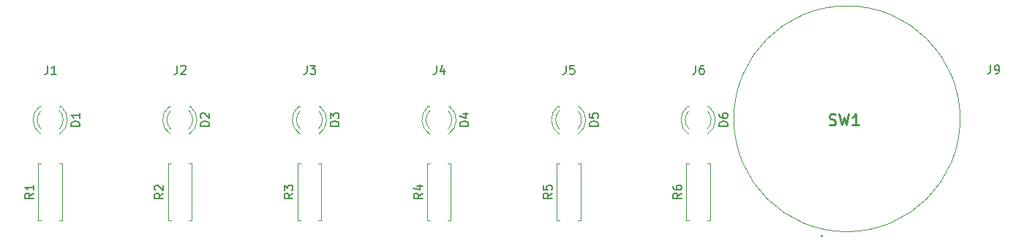
<source format=gto>
%TF.GenerationSoftware,KiCad,Pcbnew,9.0.0+dfsg-1*%
%TF.CreationDate,2025-03-17T12:29:01+01:00*%
%TF.ProjectId,control-matrix-6,636f6e74-726f-46c2-9d6d-61747269782d,1.0*%
%TF.SameCoordinates,Original*%
%TF.FileFunction,Legend,Top*%
%TF.FilePolarity,Positive*%
%FSLAX46Y46*%
G04 Gerber Fmt 4.6, Leading zero omitted, Abs format (unit mm)*
G04 Created by KiCad (PCBNEW 9.0.0+dfsg-1) date 2025-03-17 12:29:01*
%MOMM*%
%LPD*%
G01*
G04 APERTURE LIST*
%ADD10C,0.150000*%
%ADD11C,0.254000*%
%ADD12C,0.120000*%
%ADD13C,0.100000*%
G04 APERTURE END LIST*
D10*
X98814819Y-95738094D02*
X97814819Y-95738094D01*
X97814819Y-95738094D02*
X97814819Y-95499999D01*
X97814819Y-95499999D02*
X97862438Y-95357142D01*
X97862438Y-95357142D02*
X97957676Y-95261904D01*
X97957676Y-95261904D02*
X98052914Y-95214285D01*
X98052914Y-95214285D02*
X98243390Y-95166666D01*
X98243390Y-95166666D02*
X98386247Y-95166666D01*
X98386247Y-95166666D02*
X98576723Y-95214285D01*
X98576723Y-95214285D02*
X98671961Y-95261904D01*
X98671961Y-95261904D02*
X98767200Y-95357142D01*
X98767200Y-95357142D02*
X98814819Y-95499999D01*
X98814819Y-95499999D02*
X98814819Y-95738094D01*
X97814819Y-94833332D02*
X97814819Y-94214285D01*
X97814819Y-94214285D02*
X98195771Y-94547618D01*
X98195771Y-94547618D02*
X98195771Y-94404761D01*
X98195771Y-94404761D02*
X98243390Y-94309523D01*
X98243390Y-94309523D02*
X98291009Y-94261904D01*
X98291009Y-94261904D02*
X98386247Y-94214285D01*
X98386247Y-94214285D02*
X98624342Y-94214285D01*
X98624342Y-94214285D02*
X98719580Y-94261904D01*
X98719580Y-94261904D02*
X98767200Y-94309523D01*
X98767200Y-94309523D02*
X98814819Y-94404761D01*
X98814819Y-94404761D02*
X98814819Y-94690475D01*
X98814819Y-94690475D02*
X98767200Y-94785713D01*
X98767200Y-94785713D02*
X98719580Y-94833332D01*
D11*
X155589776Y-95545062D02*
X155771205Y-95605538D01*
X155771205Y-95605538D02*
X156073586Y-95605538D01*
X156073586Y-95605538D02*
X156194538Y-95545062D01*
X156194538Y-95545062D02*
X156255014Y-95484585D01*
X156255014Y-95484585D02*
X156315491Y-95363633D01*
X156315491Y-95363633D02*
X156315491Y-95242681D01*
X156315491Y-95242681D02*
X156255014Y-95121728D01*
X156255014Y-95121728D02*
X156194538Y-95061252D01*
X156194538Y-95061252D02*
X156073586Y-95000776D01*
X156073586Y-95000776D02*
X155831681Y-94940300D01*
X155831681Y-94940300D02*
X155710729Y-94879823D01*
X155710729Y-94879823D02*
X155650252Y-94819347D01*
X155650252Y-94819347D02*
X155589776Y-94698395D01*
X155589776Y-94698395D02*
X155589776Y-94577442D01*
X155589776Y-94577442D02*
X155650252Y-94456490D01*
X155650252Y-94456490D02*
X155710729Y-94396014D01*
X155710729Y-94396014D02*
X155831681Y-94335538D01*
X155831681Y-94335538D02*
X156134062Y-94335538D01*
X156134062Y-94335538D02*
X156315491Y-94396014D01*
X156738824Y-94335538D02*
X157041205Y-95605538D01*
X157041205Y-95605538D02*
X157283110Y-94698395D01*
X157283110Y-94698395D02*
X157525015Y-95605538D01*
X157525015Y-95605538D02*
X157827396Y-94335538D01*
X158976444Y-95605538D02*
X158250729Y-95605538D01*
X158613586Y-95605538D02*
X158613586Y-94335538D01*
X158613586Y-94335538D02*
X158492634Y-94516966D01*
X158492634Y-94516966D02*
X158371682Y-94637919D01*
X158371682Y-94637919D02*
X158250729Y-94698395D01*
D10*
X78484819Y-103526666D02*
X78008628Y-103859999D01*
X78484819Y-104098094D02*
X77484819Y-104098094D01*
X77484819Y-104098094D02*
X77484819Y-103717142D01*
X77484819Y-103717142D02*
X77532438Y-103621904D01*
X77532438Y-103621904D02*
X77580057Y-103574285D01*
X77580057Y-103574285D02*
X77675295Y-103526666D01*
X77675295Y-103526666D02*
X77818152Y-103526666D01*
X77818152Y-103526666D02*
X77913390Y-103574285D01*
X77913390Y-103574285D02*
X77961009Y-103621904D01*
X77961009Y-103621904D02*
X78008628Y-103717142D01*
X78008628Y-103717142D02*
X78008628Y-104098094D01*
X77580057Y-103145713D02*
X77532438Y-103098094D01*
X77532438Y-103098094D02*
X77484819Y-103002856D01*
X77484819Y-103002856D02*
X77484819Y-102764761D01*
X77484819Y-102764761D02*
X77532438Y-102669523D01*
X77532438Y-102669523D02*
X77580057Y-102621904D01*
X77580057Y-102621904D02*
X77675295Y-102574285D01*
X77675295Y-102574285D02*
X77770533Y-102574285D01*
X77770533Y-102574285D02*
X77913390Y-102621904D01*
X77913390Y-102621904D02*
X78484819Y-103193332D01*
X78484819Y-103193332D02*
X78484819Y-102574285D01*
X83814819Y-95738094D02*
X82814819Y-95738094D01*
X82814819Y-95738094D02*
X82814819Y-95499999D01*
X82814819Y-95499999D02*
X82862438Y-95357142D01*
X82862438Y-95357142D02*
X82957676Y-95261904D01*
X82957676Y-95261904D02*
X83052914Y-95214285D01*
X83052914Y-95214285D02*
X83243390Y-95166666D01*
X83243390Y-95166666D02*
X83386247Y-95166666D01*
X83386247Y-95166666D02*
X83576723Y-95214285D01*
X83576723Y-95214285D02*
X83671961Y-95261904D01*
X83671961Y-95261904D02*
X83767200Y-95357142D01*
X83767200Y-95357142D02*
X83814819Y-95499999D01*
X83814819Y-95499999D02*
X83814819Y-95738094D01*
X82910057Y-94785713D02*
X82862438Y-94738094D01*
X82862438Y-94738094D02*
X82814819Y-94642856D01*
X82814819Y-94642856D02*
X82814819Y-94404761D01*
X82814819Y-94404761D02*
X82862438Y-94309523D01*
X82862438Y-94309523D02*
X82910057Y-94261904D01*
X82910057Y-94261904D02*
X83005295Y-94214285D01*
X83005295Y-94214285D02*
X83100533Y-94214285D01*
X83100533Y-94214285D02*
X83243390Y-94261904D01*
X83243390Y-94261904D02*
X83814819Y-94833332D01*
X83814819Y-94833332D02*
X83814819Y-94214285D01*
X143814819Y-95738094D02*
X142814819Y-95738094D01*
X142814819Y-95738094D02*
X142814819Y-95499999D01*
X142814819Y-95499999D02*
X142862438Y-95357142D01*
X142862438Y-95357142D02*
X142957676Y-95261904D01*
X142957676Y-95261904D02*
X143052914Y-95214285D01*
X143052914Y-95214285D02*
X143243390Y-95166666D01*
X143243390Y-95166666D02*
X143386247Y-95166666D01*
X143386247Y-95166666D02*
X143576723Y-95214285D01*
X143576723Y-95214285D02*
X143671961Y-95261904D01*
X143671961Y-95261904D02*
X143767200Y-95357142D01*
X143767200Y-95357142D02*
X143814819Y-95499999D01*
X143814819Y-95499999D02*
X143814819Y-95738094D01*
X142814819Y-94309523D02*
X142814819Y-94499999D01*
X142814819Y-94499999D02*
X142862438Y-94595237D01*
X142862438Y-94595237D02*
X142910057Y-94642856D01*
X142910057Y-94642856D02*
X143052914Y-94738094D01*
X143052914Y-94738094D02*
X143243390Y-94785713D01*
X143243390Y-94785713D02*
X143624342Y-94785713D01*
X143624342Y-94785713D02*
X143719580Y-94738094D01*
X143719580Y-94738094D02*
X143767200Y-94690475D01*
X143767200Y-94690475D02*
X143814819Y-94595237D01*
X143814819Y-94595237D02*
X143814819Y-94404761D01*
X143814819Y-94404761D02*
X143767200Y-94309523D01*
X143767200Y-94309523D02*
X143719580Y-94261904D01*
X143719580Y-94261904D02*
X143624342Y-94214285D01*
X143624342Y-94214285D02*
X143386247Y-94214285D01*
X143386247Y-94214285D02*
X143291009Y-94261904D01*
X143291009Y-94261904D02*
X143243390Y-94309523D01*
X143243390Y-94309523D02*
X143195771Y-94404761D01*
X143195771Y-94404761D02*
X143195771Y-94595237D01*
X143195771Y-94595237D02*
X143243390Y-94690475D01*
X143243390Y-94690475D02*
X143291009Y-94738094D01*
X143291009Y-94738094D02*
X143386247Y-94785713D01*
X138484819Y-103526666D02*
X138008628Y-103859999D01*
X138484819Y-104098094D02*
X137484819Y-104098094D01*
X137484819Y-104098094D02*
X137484819Y-103717142D01*
X137484819Y-103717142D02*
X137532438Y-103621904D01*
X137532438Y-103621904D02*
X137580057Y-103574285D01*
X137580057Y-103574285D02*
X137675295Y-103526666D01*
X137675295Y-103526666D02*
X137818152Y-103526666D01*
X137818152Y-103526666D02*
X137913390Y-103574285D01*
X137913390Y-103574285D02*
X137961009Y-103621904D01*
X137961009Y-103621904D02*
X138008628Y-103717142D01*
X138008628Y-103717142D02*
X138008628Y-104098094D01*
X137484819Y-102669523D02*
X137484819Y-102859999D01*
X137484819Y-102859999D02*
X137532438Y-102955237D01*
X137532438Y-102955237D02*
X137580057Y-103002856D01*
X137580057Y-103002856D02*
X137722914Y-103098094D01*
X137722914Y-103098094D02*
X137913390Y-103145713D01*
X137913390Y-103145713D02*
X138294342Y-103145713D01*
X138294342Y-103145713D02*
X138389580Y-103098094D01*
X138389580Y-103098094D02*
X138437200Y-103050475D01*
X138437200Y-103050475D02*
X138484819Y-102955237D01*
X138484819Y-102955237D02*
X138484819Y-102764761D01*
X138484819Y-102764761D02*
X138437200Y-102669523D01*
X138437200Y-102669523D02*
X138389580Y-102621904D01*
X138389580Y-102621904D02*
X138294342Y-102574285D01*
X138294342Y-102574285D02*
X138056247Y-102574285D01*
X138056247Y-102574285D02*
X137961009Y-102621904D01*
X137961009Y-102621904D02*
X137913390Y-102669523D01*
X137913390Y-102669523D02*
X137865771Y-102764761D01*
X137865771Y-102764761D02*
X137865771Y-102955237D01*
X137865771Y-102955237D02*
X137913390Y-103050475D01*
X137913390Y-103050475D02*
X137961009Y-103098094D01*
X137961009Y-103098094D02*
X138056247Y-103145713D01*
X128814819Y-95738094D02*
X127814819Y-95738094D01*
X127814819Y-95738094D02*
X127814819Y-95499999D01*
X127814819Y-95499999D02*
X127862438Y-95357142D01*
X127862438Y-95357142D02*
X127957676Y-95261904D01*
X127957676Y-95261904D02*
X128052914Y-95214285D01*
X128052914Y-95214285D02*
X128243390Y-95166666D01*
X128243390Y-95166666D02*
X128386247Y-95166666D01*
X128386247Y-95166666D02*
X128576723Y-95214285D01*
X128576723Y-95214285D02*
X128671961Y-95261904D01*
X128671961Y-95261904D02*
X128767200Y-95357142D01*
X128767200Y-95357142D02*
X128814819Y-95499999D01*
X128814819Y-95499999D02*
X128814819Y-95738094D01*
X127814819Y-94261904D02*
X127814819Y-94738094D01*
X127814819Y-94738094D02*
X128291009Y-94785713D01*
X128291009Y-94785713D02*
X128243390Y-94738094D01*
X128243390Y-94738094D02*
X128195771Y-94642856D01*
X128195771Y-94642856D02*
X128195771Y-94404761D01*
X128195771Y-94404761D02*
X128243390Y-94309523D01*
X128243390Y-94309523D02*
X128291009Y-94261904D01*
X128291009Y-94261904D02*
X128386247Y-94214285D01*
X128386247Y-94214285D02*
X128624342Y-94214285D01*
X128624342Y-94214285D02*
X128719580Y-94261904D01*
X128719580Y-94261904D02*
X128767200Y-94309523D01*
X128767200Y-94309523D02*
X128814819Y-94404761D01*
X128814819Y-94404761D02*
X128814819Y-94642856D01*
X128814819Y-94642856D02*
X128767200Y-94738094D01*
X128767200Y-94738094D02*
X128719580Y-94785713D01*
X113814819Y-95738094D02*
X112814819Y-95738094D01*
X112814819Y-95738094D02*
X112814819Y-95499999D01*
X112814819Y-95499999D02*
X112862438Y-95357142D01*
X112862438Y-95357142D02*
X112957676Y-95261904D01*
X112957676Y-95261904D02*
X113052914Y-95214285D01*
X113052914Y-95214285D02*
X113243390Y-95166666D01*
X113243390Y-95166666D02*
X113386247Y-95166666D01*
X113386247Y-95166666D02*
X113576723Y-95214285D01*
X113576723Y-95214285D02*
X113671961Y-95261904D01*
X113671961Y-95261904D02*
X113767200Y-95357142D01*
X113767200Y-95357142D02*
X113814819Y-95499999D01*
X113814819Y-95499999D02*
X113814819Y-95738094D01*
X113148152Y-94309523D02*
X113814819Y-94309523D01*
X112767200Y-94547618D02*
X113481485Y-94785713D01*
X113481485Y-94785713D02*
X113481485Y-94166666D01*
X123484819Y-103526666D02*
X123008628Y-103859999D01*
X123484819Y-104098094D02*
X122484819Y-104098094D01*
X122484819Y-104098094D02*
X122484819Y-103717142D01*
X122484819Y-103717142D02*
X122532438Y-103621904D01*
X122532438Y-103621904D02*
X122580057Y-103574285D01*
X122580057Y-103574285D02*
X122675295Y-103526666D01*
X122675295Y-103526666D02*
X122818152Y-103526666D01*
X122818152Y-103526666D02*
X122913390Y-103574285D01*
X122913390Y-103574285D02*
X122961009Y-103621904D01*
X122961009Y-103621904D02*
X123008628Y-103717142D01*
X123008628Y-103717142D02*
X123008628Y-104098094D01*
X122484819Y-102621904D02*
X122484819Y-103098094D01*
X122484819Y-103098094D02*
X122961009Y-103145713D01*
X122961009Y-103145713D02*
X122913390Y-103098094D01*
X122913390Y-103098094D02*
X122865771Y-103002856D01*
X122865771Y-103002856D02*
X122865771Y-102764761D01*
X122865771Y-102764761D02*
X122913390Y-102669523D01*
X122913390Y-102669523D02*
X122961009Y-102621904D01*
X122961009Y-102621904D02*
X123056247Y-102574285D01*
X123056247Y-102574285D02*
X123294342Y-102574285D01*
X123294342Y-102574285D02*
X123389580Y-102621904D01*
X123389580Y-102621904D02*
X123437200Y-102669523D01*
X123437200Y-102669523D02*
X123484819Y-102764761D01*
X123484819Y-102764761D02*
X123484819Y-103002856D01*
X123484819Y-103002856D02*
X123437200Y-103098094D01*
X123437200Y-103098094D02*
X123389580Y-103145713D01*
X108484819Y-103526666D02*
X108008628Y-103859999D01*
X108484819Y-104098094D02*
X107484819Y-104098094D01*
X107484819Y-104098094D02*
X107484819Y-103717142D01*
X107484819Y-103717142D02*
X107532438Y-103621904D01*
X107532438Y-103621904D02*
X107580057Y-103574285D01*
X107580057Y-103574285D02*
X107675295Y-103526666D01*
X107675295Y-103526666D02*
X107818152Y-103526666D01*
X107818152Y-103526666D02*
X107913390Y-103574285D01*
X107913390Y-103574285D02*
X107961009Y-103621904D01*
X107961009Y-103621904D02*
X108008628Y-103717142D01*
X108008628Y-103717142D02*
X108008628Y-104098094D01*
X107818152Y-102669523D02*
X108484819Y-102669523D01*
X107437200Y-102907618D02*
X108151485Y-103145713D01*
X108151485Y-103145713D02*
X108151485Y-102526666D01*
X63484819Y-103526666D02*
X63008628Y-103859999D01*
X63484819Y-104098094D02*
X62484819Y-104098094D01*
X62484819Y-104098094D02*
X62484819Y-103717142D01*
X62484819Y-103717142D02*
X62532438Y-103621904D01*
X62532438Y-103621904D02*
X62580057Y-103574285D01*
X62580057Y-103574285D02*
X62675295Y-103526666D01*
X62675295Y-103526666D02*
X62818152Y-103526666D01*
X62818152Y-103526666D02*
X62913390Y-103574285D01*
X62913390Y-103574285D02*
X62961009Y-103621904D01*
X62961009Y-103621904D02*
X63008628Y-103717142D01*
X63008628Y-103717142D02*
X63008628Y-104098094D01*
X63484819Y-102574285D02*
X63484819Y-103145713D01*
X63484819Y-102859999D02*
X62484819Y-102859999D01*
X62484819Y-102859999D02*
X62627676Y-102955237D01*
X62627676Y-102955237D02*
X62722914Y-103050475D01*
X62722914Y-103050475D02*
X62770533Y-103145713D01*
X68814819Y-95738094D02*
X67814819Y-95738094D01*
X67814819Y-95738094D02*
X67814819Y-95499999D01*
X67814819Y-95499999D02*
X67862438Y-95357142D01*
X67862438Y-95357142D02*
X67957676Y-95261904D01*
X67957676Y-95261904D02*
X68052914Y-95214285D01*
X68052914Y-95214285D02*
X68243390Y-95166666D01*
X68243390Y-95166666D02*
X68386247Y-95166666D01*
X68386247Y-95166666D02*
X68576723Y-95214285D01*
X68576723Y-95214285D02*
X68671961Y-95261904D01*
X68671961Y-95261904D02*
X68767200Y-95357142D01*
X68767200Y-95357142D02*
X68814819Y-95499999D01*
X68814819Y-95499999D02*
X68814819Y-95738094D01*
X68814819Y-94214285D02*
X68814819Y-94785713D01*
X68814819Y-94499999D02*
X67814819Y-94499999D01*
X67814819Y-94499999D02*
X67957676Y-94595237D01*
X67957676Y-94595237D02*
X68052914Y-94690475D01*
X68052914Y-94690475D02*
X68100533Y-94785713D01*
X93484819Y-103526666D02*
X93008628Y-103859999D01*
X93484819Y-104098094D02*
X92484819Y-104098094D01*
X92484819Y-104098094D02*
X92484819Y-103717142D01*
X92484819Y-103717142D02*
X92532438Y-103621904D01*
X92532438Y-103621904D02*
X92580057Y-103574285D01*
X92580057Y-103574285D02*
X92675295Y-103526666D01*
X92675295Y-103526666D02*
X92818152Y-103526666D01*
X92818152Y-103526666D02*
X92913390Y-103574285D01*
X92913390Y-103574285D02*
X92961009Y-103621904D01*
X92961009Y-103621904D02*
X93008628Y-103717142D01*
X93008628Y-103717142D02*
X93008628Y-104098094D01*
X92484819Y-103193332D02*
X92484819Y-102574285D01*
X92484819Y-102574285D02*
X92865771Y-102907618D01*
X92865771Y-102907618D02*
X92865771Y-102764761D01*
X92865771Y-102764761D02*
X92913390Y-102669523D01*
X92913390Y-102669523D02*
X92961009Y-102621904D01*
X92961009Y-102621904D02*
X93056247Y-102574285D01*
X93056247Y-102574285D02*
X93294342Y-102574285D01*
X93294342Y-102574285D02*
X93389580Y-102621904D01*
X93389580Y-102621904D02*
X93437200Y-102669523D01*
X93437200Y-102669523D02*
X93484819Y-102764761D01*
X93484819Y-102764761D02*
X93484819Y-103050475D01*
X93484819Y-103050475D02*
X93437200Y-103145713D01*
X93437200Y-103145713D02*
X93389580Y-103193332D01*
X65106666Y-88704819D02*
X65106666Y-89419104D01*
X65106666Y-89419104D02*
X65059047Y-89561961D01*
X65059047Y-89561961D02*
X64963809Y-89657200D01*
X64963809Y-89657200D02*
X64820952Y-89704819D01*
X64820952Y-89704819D02*
X64725714Y-89704819D01*
X66106666Y-89704819D02*
X65535238Y-89704819D01*
X65820952Y-89704819D02*
X65820952Y-88704819D01*
X65820952Y-88704819D02*
X65725714Y-88847676D01*
X65725714Y-88847676D02*
X65630476Y-88942914D01*
X65630476Y-88942914D02*
X65535238Y-88990533D01*
X80106666Y-88704819D02*
X80106666Y-89419104D01*
X80106666Y-89419104D02*
X80059047Y-89561961D01*
X80059047Y-89561961D02*
X79963809Y-89657200D01*
X79963809Y-89657200D02*
X79820952Y-89704819D01*
X79820952Y-89704819D02*
X79725714Y-89704819D01*
X80535238Y-88800057D02*
X80582857Y-88752438D01*
X80582857Y-88752438D02*
X80678095Y-88704819D01*
X80678095Y-88704819D02*
X80916190Y-88704819D01*
X80916190Y-88704819D02*
X81011428Y-88752438D01*
X81011428Y-88752438D02*
X81059047Y-88800057D01*
X81059047Y-88800057D02*
X81106666Y-88895295D01*
X81106666Y-88895295D02*
X81106666Y-88990533D01*
X81106666Y-88990533D02*
X81059047Y-89133390D01*
X81059047Y-89133390D02*
X80487619Y-89704819D01*
X80487619Y-89704819D02*
X81106666Y-89704819D01*
X140106666Y-88704819D02*
X140106666Y-89419104D01*
X140106666Y-89419104D02*
X140059047Y-89561961D01*
X140059047Y-89561961D02*
X139963809Y-89657200D01*
X139963809Y-89657200D02*
X139820952Y-89704819D01*
X139820952Y-89704819D02*
X139725714Y-89704819D01*
X141011428Y-88704819D02*
X140820952Y-88704819D01*
X140820952Y-88704819D02*
X140725714Y-88752438D01*
X140725714Y-88752438D02*
X140678095Y-88800057D01*
X140678095Y-88800057D02*
X140582857Y-88942914D01*
X140582857Y-88942914D02*
X140535238Y-89133390D01*
X140535238Y-89133390D02*
X140535238Y-89514342D01*
X140535238Y-89514342D02*
X140582857Y-89609580D01*
X140582857Y-89609580D02*
X140630476Y-89657200D01*
X140630476Y-89657200D02*
X140725714Y-89704819D01*
X140725714Y-89704819D02*
X140916190Y-89704819D01*
X140916190Y-89704819D02*
X141011428Y-89657200D01*
X141011428Y-89657200D02*
X141059047Y-89609580D01*
X141059047Y-89609580D02*
X141106666Y-89514342D01*
X141106666Y-89514342D02*
X141106666Y-89276247D01*
X141106666Y-89276247D02*
X141059047Y-89181009D01*
X141059047Y-89181009D02*
X141011428Y-89133390D01*
X141011428Y-89133390D02*
X140916190Y-89085771D01*
X140916190Y-89085771D02*
X140725714Y-89085771D01*
X140725714Y-89085771D02*
X140630476Y-89133390D01*
X140630476Y-89133390D02*
X140582857Y-89181009D01*
X140582857Y-89181009D02*
X140535238Y-89276247D01*
X95106666Y-88704819D02*
X95106666Y-89419104D01*
X95106666Y-89419104D02*
X95059047Y-89561961D01*
X95059047Y-89561961D02*
X94963809Y-89657200D01*
X94963809Y-89657200D02*
X94820952Y-89704819D01*
X94820952Y-89704819D02*
X94725714Y-89704819D01*
X95487619Y-88704819D02*
X96106666Y-88704819D01*
X96106666Y-88704819D02*
X95773333Y-89085771D01*
X95773333Y-89085771D02*
X95916190Y-89085771D01*
X95916190Y-89085771D02*
X96011428Y-89133390D01*
X96011428Y-89133390D02*
X96059047Y-89181009D01*
X96059047Y-89181009D02*
X96106666Y-89276247D01*
X96106666Y-89276247D02*
X96106666Y-89514342D01*
X96106666Y-89514342D02*
X96059047Y-89609580D01*
X96059047Y-89609580D02*
X96011428Y-89657200D01*
X96011428Y-89657200D02*
X95916190Y-89704819D01*
X95916190Y-89704819D02*
X95630476Y-89704819D01*
X95630476Y-89704819D02*
X95535238Y-89657200D01*
X95535238Y-89657200D02*
X95487619Y-89609580D01*
X110106666Y-88704819D02*
X110106666Y-89419104D01*
X110106666Y-89419104D02*
X110059047Y-89561961D01*
X110059047Y-89561961D02*
X109963809Y-89657200D01*
X109963809Y-89657200D02*
X109820952Y-89704819D01*
X109820952Y-89704819D02*
X109725714Y-89704819D01*
X111011428Y-89038152D02*
X111011428Y-89704819D01*
X110773333Y-88657200D02*
X110535238Y-89371485D01*
X110535238Y-89371485D02*
X111154285Y-89371485D01*
X174266666Y-88634819D02*
X174266666Y-89349104D01*
X174266666Y-89349104D02*
X174219047Y-89491961D01*
X174219047Y-89491961D02*
X174123809Y-89587200D01*
X174123809Y-89587200D02*
X173980952Y-89634819D01*
X173980952Y-89634819D02*
X173885714Y-89634819D01*
X174790476Y-89634819D02*
X174980952Y-89634819D01*
X174980952Y-89634819D02*
X175076190Y-89587200D01*
X175076190Y-89587200D02*
X175123809Y-89539580D01*
X175123809Y-89539580D02*
X175219047Y-89396723D01*
X175219047Y-89396723D02*
X175266666Y-89206247D01*
X175266666Y-89206247D02*
X175266666Y-88825295D01*
X175266666Y-88825295D02*
X175219047Y-88730057D01*
X175219047Y-88730057D02*
X175171428Y-88682438D01*
X175171428Y-88682438D02*
X175076190Y-88634819D01*
X175076190Y-88634819D02*
X174885714Y-88634819D01*
X174885714Y-88634819D02*
X174790476Y-88682438D01*
X174790476Y-88682438D02*
X174742857Y-88730057D01*
X174742857Y-88730057D02*
X174695238Y-88825295D01*
X174695238Y-88825295D02*
X174695238Y-89063390D01*
X174695238Y-89063390D02*
X174742857Y-89158628D01*
X174742857Y-89158628D02*
X174790476Y-89206247D01*
X174790476Y-89206247D02*
X174885714Y-89253866D01*
X174885714Y-89253866D02*
X175076190Y-89253866D01*
X175076190Y-89253866D02*
X175171428Y-89206247D01*
X175171428Y-89206247D02*
X175219047Y-89158628D01*
X175219047Y-89158628D02*
X175266666Y-89063390D01*
X125106666Y-88704819D02*
X125106666Y-89419104D01*
X125106666Y-89419104D02*
X125059047Y-89561961D01*
X125059047Y-89561961D02*
X124963809Y-89657200D01*
X124963809Y-89657200D02*
X124820952Y-89704819D01*
X124820952Y-89704819D02*
X124725714Y-89704819D01*
X126059047Y-88704819D02*
X125582857Y-88704819D01*
X125582857Y-88704819D02*
X125535238Y-89181009D01*
X125535238Y-89181009D02*
X125582857Y-89133390D01*
X125582857Y-89133390D02*
X125678095Y-89085771D01*
X125678095Y-89085771D02*
X125916190Y-89085771D01*
X125916190Y-89085771D02*
X126011428Y-89133390D01*
X126011428Y-89133390D02*
X126059047Y-89181009D01*
X126059047Y-89181009D02*
X126106666Y-89276247D01*
X126106666Y-89276247D02*
X126106666Y-89514342D01*
X126106666Y-89514342D02*
X126059047Y-89609580D01*
X126059047Y-89609580D02*
X126011428Y-89657200D01*
X126011428Y-89657200D02*
X125916190Y-89704819D01*
X125916190Y-89704819D02*
X125678095Y-89704819D01*
X125678095Y-89704819D02*
X125582857Y-89657200D01*
X125582857Y-89657200D02*
X125535238Y-89609580D01*
D12*
%TO.C,D3*%
X94320000Y-93440000D02*
X94164000Y-93440000D01*
X96636000Y-93440000D02*
X96480000Y-93440000D01*
X94319939Y-96671397D02*
G75*
G02*
X94164484Y-93440000I1080061J1671397D01*
G01*
X94319951Y-96040910D02*
G75*
G02*
X94320000Y-93959039I1080049J1040910D01*
G01*
X96480000Y-93959039D02*
G75*
G02*
X96480049Y-96040910I-1080000J-1040961D01*
G01*
X96635516Y-93440000D02*
G75*
G02*
X96480061Y-96671397I-1235516J-1560000D01*
G01*
D10*
%TO.C,SW1*%
X154791220Y-108475000D02*
G75*
G02*
X154653220Y-108475000I-69000J0D01*
G01*
X154653220Y-108475000D02*
G75*
G02*
X154791220Y-108475000I69000J0D01*
G01*
D13*
X170727110Y-94878220D02*
G75*
G02*
X144527110Y-94878220I-13100000J0D01*
G01*
X144527110Y-94878220D02*
G75*
G02*
X170727110Y-94878220I13100000J0D01*
G01*
D12*
%TO.C,R2*%
X79030000Y-100090000D02*
X79360000Y-100090000D01*
X79030000Y-106630000D02*
X79030000Y-100090000D01*
X79360000Y-106630000D02*
X79030000Y-106630000D01*
X81440000Y-106630000D02*
X81770000Y-106630000D01*
X81770000Y-100090000D02*
X81440000Y-100090000D01*
X81770000Y-106630000D02*
X81770000Y-100090000D01*
%TO.C,D2*%
X79320000Y-93440000D02*
X79164000Y-93440000D01*
X81636000Y-93440000D02*
X81480000Y-93440000D01*
X79319939Y-96671397D02*
G75*
G02*
X79164484Y-93440000I1080061J1671397D01*
G01*
X79319951Y-96040910D02*
G75*
G02*
X79320000Y-93959039I1080049J1040910D01*
G01*
X81480000Y-93959039D02*
G75*
G02*
X81480049Y-96040910I-1080000J-1040961D01*
G01*
X81635516Y-93440000D02*
G75*
G02*
X81480061Y-96671397I-1235516J-1560000D01*
G01*
%TO.C,D6*%
X139320000Y-93440000D02*
X139164000Y-93440000D01*
X141636000Y-93440000D02*
X141480000Y-93440000D01*
X139319939Y-96671397D02*
G75*
G02*
X139164484Y-93440000I1080061J1671397D01*
G01*
X139319951Y-96040910D02*
G75*
G02*
X139320000Y-93959039I1080049J1040910D01*
G01*
X141480000Y-93959039D02*
G75*
G02*
X141480049Y-96040910I-1080000J-1040961D01*
G01*
X141635516Y-93440000D02*
G75*
G02*
X141480061Y-96671397I-1235516J-1560000D01*
G01*
%TO.C,R6*%
X139030000Y-100090000D02*
X139360000Y-100090000D01*
X139030000Y-106630000D02*
X139030000Y-100090000D01*
X139360000Y-106630000D02*
X139030000Y-106630000D01*
X141440000Y-106630000D02*
X141770000Y-106630000D01*
X141770000Y-100090000D02*
X141440000Y-100090000D01*
X141770000Y-106630000D02*
X141770000Y-100090000D01*
%TO.C,D5*%
X124320000Y-93440000D02*
X124164000Y-93440000D01*
X126636000Y-93440000D02*
X126480000Y-93440000D01*
X124319939Y-96671397D02*
G75*
G02*
X124164484Y-93440000I1080061J1671397D01*
G01*
X124319951Y-96040910D02*
G75*
G02*
X124320000Y-93959039I1080049J1040910D01*
G01*
X126480000Y-93959039D02*
G75*
G02*
X126480049Y-96040910I-1080000J-1040961D01*
G01*
X126635516Y-93440000D02*
G75*
G02*
X126480061Y-96671397I-1235516J-1560000D01*
G01*
%TO.C,D4*%
X109320000Y-93440000D02*
X109164000Y-93440000D01*
X111636000Y-93440000D02*
X111480000Y-93440000D01*
X109319939Y-96671397D02*
G75*
G02*
X109164484Y-93440000I1080061J1671397D01*
G01*
X109319951Y-96040910D02*
G75*
G02*
X109320000Y-93959039I1080049J1040910D01*
G01*
X111480000Y-93959039D02*
G75*
G02*
X111480049Y-96040910I-1080000J-1040961D01*
G01*
X111635516Y-93440000D02*
G75*
G02*
X111480061Y-96671397I-1235516J-1560000D01*
G01*
%TO.C,R5*%
X124030000Y-100090000D02*
X124360000Y-100090000D01*
X124030000Y-106630000D02*
X124030000Y-100090000D01*
X124360000Y-106630000D02*
X124030000Y-106630000D01*
X126440000Y-106630000D02*
X126770000Y-106630000D01*
X126770000Y-100090000D02*
X126440000Y-100090000D01*
X126770000Y-106630000D02*
X126770000Y-100090000D01*
%TO.C,R4*%
X109030000Y-100090000D02*
X109360000Y-100090000D01*
X109030000Y-106630000D02*
X109030000Y-100090000D01*
X109360000Y-106630000D02*
X109030000Y-106630000D01*
X111440000Y-106630000D02*
X111770000Y-106630000D01*
X111770000Y-100090000D02*
X111440000Y-100090000D01*
X111770000Y-106630000D02*
X111770000Y-100090000D01*
%TO.C,R1*%
X64030000Y-100090000D02*
X64360000Y-100090000D01*
X64030000Y-106630000D02*
X64030000Y-100090000D01*
X64360000Y-106630000D02*
X64030000Y-106630000D01*
X66440000Y-106630000D02*
X66770000Y-106630000D01*
X66770000Y-100090000D02*
X66440000Y-100090000D01*
X66770000Y-106630000D02*
X66770000Y-100090000D01*
%TO.C,D1*%
X64320000Y-93440000D02*
X64164000Y-93440000D01*
X66636000Y-93440000D02*
X66480000Y-93440000D01*
X64319939Y-96671397D02*
G75*
G02*
X64164484Y-93440000I1080061J1671397D01*
G01*
X64319951Y-96040910D02*
G75*
G02*
X64320000Y-93959039I1080049J1040910D01*
G01*
X66480000Y-93959039D02*
G75*
G02*
X66480049Y-96040910I-1080000J-1040961D01*
G01*
X66635516Y-93440000D02*
G75*
G02*
X66480061Y-96671397I-1235516J-1560000D01*
G01*
%TO.C,R3*%
X94030000Y-100090000D02*
X94360000Y-100090000D01*
X94030000Y-106630000D02*
X94030000Y-100090000D01*
X94360000Y-106630000D02*
X94030000Y-106630000D01*
X96440000Y-106630000D02*
X96770000Y-106630000D01*
X96770000Y-100090000D02*
X96440000Y-100090000D01*
X96770000Y-106630000D02*
X96770000Y-100090000D01*
%TD*%
M02*

</source>
